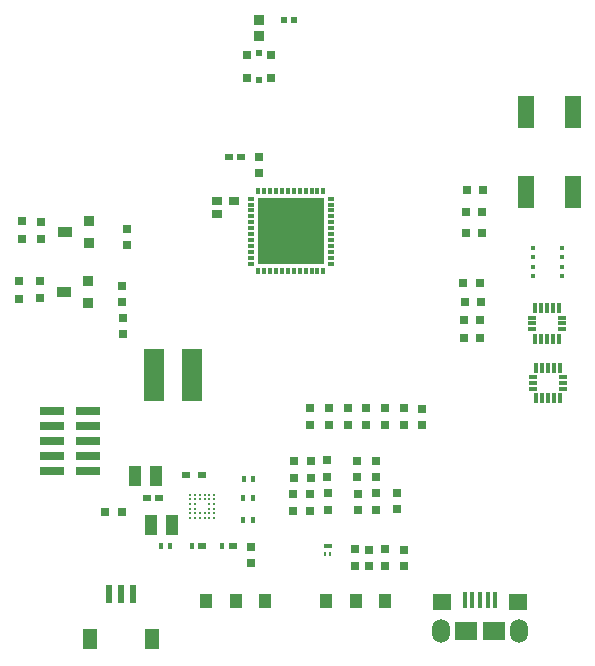
<source format=gtp>
G04*
G04 #@! TF.GenerationSoftware,Altium Limited,Altium Designer,20.2.4 (192)*
G04*
G04 Layer_Color=8421504*
%FSLAX25Y25*%
%MOIN*%
G70*
G04*
G04 #@! TF.SameCoordinates,C82156A4-65EB-44BA-A6C3-424022D268A2*
G04*
G04*
G04 #@! TF.FilePolarity,Positive*
G04*
G01*
G75*
%ADD23O,0.05906X0.07874*%
%ADD24R,0.22047X0.22047*%
%ADD25R,0.03150X0.01181*%
%ADD26R,0.01181X0.03642*%
%ADD27R,0.01181X0.02165*%
%ADD28R,0.02165X0.01181*%
%ADD29R,0.03000X0.03000*%
%ADD30R,0.02500X0.02000*%
%ADD31R,0.03000X0.03000*%
%ADD32R,0.05000X0.03600*%
%ADD33R,0.03600X0.03600*%
%ADD34R,0.03937X0.04724*%
%ADD35R,0.01929X0.02047*%
%ADD36R,0.03937X0.07087*%
%ADD37C,0.00827*%
%ADD38R,0.03150X0.03150*%
%ADD39R,0.01713X0.02000*%
%ADD40R,0.04724X0.07087*%
%ADD41R,0.02362X0.06102*%
%ADD42R,0.01575X0.05315*%
%ADD43R,0.07480X0.06102*%
%ADD44R,0.06299X0.05512*%
%ADD45R,0.02953X0.03150*%
%ADD46R,0.01968X0.02284*%
%ADD47R,0.03740X0.03347*%
%ADD48R,0.05472X0.10827*%
%ADD49R,0.05512X0.10827*%
%ADD50R,0.03543X0.03150*%
%ADD51R,0.06890X0.17717*%
%ADD52R,0.01575X0.01575*%
%ADD53R,0.07992X0.02992*%
%ADD54R,0.00984X0.01575*%
%ADD55R,0.02756X0.01575*%
D23*
X146132Y6400D02*
D03*
X172117D02*
D03*
D24*
X96063Y139764D02*
D03*
D25*
X186820Y91069D02*
D03*
Y89100D02*
D03*
Y87132D02*
D03*
X176780D02*
D03*
Y89100D02*
D03*
Y91069D02*
D03*
X186420Y110968D02*
D03*
Y109000D02*
D03*
Y107032D02*
D03*
X176380D02*
D03*
Y109000D02*
D03*
Y110968D02*
D03*
D26*
X185737Y84031D02*
D03*
X183768D02*
D03*
X181800D02*
D03*
X179832D02*
D03*
X177863D02*
D03*
Y94169D02*
D03*
X179832D02*
D03*
X181800D02*
D03*
X183768D02*
D03*
X185737D02*
D03*
X185337Y103931D02*
D03*
X183369D02*
D03*
X181400D02*
D03*
X179431D02*
D03*
X177463D02*
D03*
Y114069D02*
D03*
X179431D02*
D03*
X181400D02*
D03*
X183369D02*
D03*
X185337D02*
D03*
D27*
X106890Y126476D02*
D03*
X97047D02*
D03*
X95079D02*
D03*
X93110D02*
D03*
X91142D02*
D03*
X89173D02*
D03*
X87205D02*
D03*
X99016D02*
D03*
X100984D02*
D03*
X102953D02*
D03*
X104921D02*
D03*
X85236D02*
D03*
X104921Y153051D02*
D03*
X97047D02*
D03*
X89173D02*
D03*
X102953D02*
D03*
X100984D02*
D03*
X99016D02*
D03*
X91142D02*
D03*
X93110D02*
D03*
X95079D02*
D03*
X87205D02*
D03*
X85236D02*
D03*
X106890D02*
D03*
D28*
X109350Y130905D02*
D03*
Y138779D02*
D03*
Y146653D02*
D03*
Y132874D02*
D03*
Y134843D02*
D03*
Y136811D02*
D03*
Y144685D02*
D03*
Y142717D02*
D03*
Y140748D02*
D03*
Y148622D02*
D03*
Y150591D02*
D03*
Y128937D02*
D03*
X82776Y130905D02*
D03*
Y138779D02*
D03*
Y146653D02*
D03*
Y132874D02*
D03*
Y134843D02*
D03*
Y136811D02*
D03*
Y144685D02*
D03*
Y142717D02*
D03*
Y140748D02*
D03*
Y148622D02*
D03*
Y150591D02*
D03*
Y128937D02*
D03*
D29*
X118500Y52300D02*
D03*
Y46800D02*
D03*
X131400Y47000D02*
D03*
Y52500D02*
D03*
X117300Y33800D02*
D03*
Y28300D02*
D03*
X124400Y57800D02*
D03*
Y63300D02*
D03*
X118200Y57700D02*
D03*
Y63200D02*
D03*
X124500Y52400D02*
D03*
Y46900D02*
D03*
X97200Y63001D02*
D03*
Y57501D02*
D03*
X12400Y117600D02*
D03*
Y123100D02*
D03*
X41500Y140500D02*
D03*
Y135000D02*
D03*
X39700Y121500D02*
D03*
Y116000D02*
D03*
X12800Y142800D02*
D03*
Y137300D02*
D03*
X85300Y164600D02*
D03*
Y159100D02*
D03*
X122000Y33600D02*
D03*
Y28100D02*
D03*
X40000Y105400D02*
D03*
Y110900D02*
D03*
X139700Y75100D02*
D03*
Y80600D02*
D03*
X133700Y75200D02*
D03*
Y80700D02*
D03*
X127559Y75209D02*
D03*
Y80709D02*
D03*
X121260Y75209D02*
D03*
Y80709D02*
D03*
X114961Y75209D02*
D03*
Y80709D02*
D03*
X108661Y75209D02*
D03*
Y80709D02*
D03*
X102362Y75209D02*
D03*
Y80709D02*
D03*
X102701Y57501D02*
D03*
Y63001D02*
D03*
X108268Y46900D02*
D03*
Y52400D02*
D03*
X108202Y63401D02*
D03*
X102400Y46500D02*
D03*
Y52000D02*
D03*
X82700Y34600D02*
D03*
Y29100D02*
D03*
X96899Y52000D02*
D03*
Y46500D02*
D03*
X133600Y28100D02*
D03*
Y33600D02*
D03*
X127400Y28200D02*
D03*
Y33700D02*
D03*
D30*
X66391Y58600D02*
D03*
X61209D02*
D03*
X79500Y164500D02*
D03*
X75500D02*
D03*
X48000Y50900D02*
D03*
X52000D02*
D03*
X66535Y34646D02*
D03*
X76835D02*
D03*
D31*
X159251Y104263D02*
D03*
X153751D02*
D03*
X39600Y46100D02*
D03*
X34100D02*
D03*
X154369Y146137D02*
D03*
X159869D02*
D03*
X154400Y139100D02*
D03*
X159900D02*
D03*
X159437Y116142D02*
D03*
X153937D02*
D03*
X153543Y122441D02*
D03*
X159043D02*
D03*
X159200Y110000D02*
D03*
X153700D02*
D03*
X160224Y153543D02*
D03*
X154724D02*
D03*
X108202Y57901D02*
D03*
D32*
X20600Y139500D02*
D03*
X20300Y119500D02*
D03*
D33*
X28600Y143200D02*
D03*
Y135700D02*
D03*
X28300Y115700D02*
D03*
Y123200D02*
D03*
D34*
X107874Y16535D02*
D03*
X117717D02*
D03*
X127559D02*
D03*
X87537Y16536D02*
D03*
X77694D02*
D03*
X67852D02*
D03*
D35*
X96995Y210100D02*
D03*
X93805D02*
D03*
D36*
X49413Y41823D02*
D03*
X56500D02*
D03*
X44163Y58100D02*
D03*
X51250D02*
D03*
D37*
X70457Y44079D02*
D03*
X68882D02*
D03*
X67307D02*
D03*
X65732D02*
D03*
X64157D02*
D03*
X62583D02*
D03*
X70457Y45654D02*
D03*
X68882D02*
D03*
X67307D02*
D03*
X65732D02*
D03*
X64157D02*
D03*
X62583D02*
D03*
X70457Y47228D02*
D03*
X68882D02*
D03*
X64157D02*
D03*
X62583D02*
D03*
X70457Y48803D02*
D03*
X68882D02*
D03*
X64157D02*
D03*
X62583D02*
D03*
X70457Y50378D02*
D03*
X68882D02*
D03*
X67307D02*
D03*
X65732D02*
D03*
X64157D02*
D03*
X62583D02*
D03*
X70457Y51953D02*
D03*
X68882D02*
D03*
X67307D02*
D03*
X65732D02*
D03*
X64157D02*
D03*
X62583D02*
D03*
D38*
X5400Y123153D02*
D03*
Y117247D02*
D03*
X6299Y137205D02*
D03*
Y143110D02*
D03*
D39*
X83528Y57087D02*
D03*
X80315D02*
D03*
X83465Y50787D02*
D03*
X80252D02*
D03*
X83364Y43600D02*
D03*
X80151D02*
D03*
X55905Y34646D02*
D03*
X52693D02*
D03*
X62929D02*
D03*
X73228D02*
D03*
D40*
X49606Y3642D02*
D03*
X29134D02*
D03*
D41*
X39370Y18898D02*
D03*
X35433D02*
D03*
X43307D02*
D03*
D42*
X159125Y16931D02*
D03*
X156565D02*
D03*
X154006D02*
D03*
X161683D02*
D03*
X164243D02*
D03*
D43*
X154400Y6400D02*
D03*
X163849D02*
D03*
D44*
X171723Y16046D02*
D03*
X146526D02*
D03*
D45*
X81365Y198307D02*
D03*
X89435D02*
D03*
Y190827D02*
D03*
X81365D02*
D03*
D46*
X85400Y199134D02*
D03*
Y190000D02*
D03*
D47*
X85500Y204743D02*
D03*
Y210057D02*
D03*
D48*
X174409Y152953D02*
D03*
D49*
X190157D02*
D03*
X174409Y179528D02*
D03*
X190157D02*
D03*
D50*
X71544Y149665D02*
D03*
X77056D02*
D03*
X71544Y145335D02*
D03*
D51*
X50302Y91900D02*
D03*
X63098D02*
D03*
D52*
X176876Y124776D02*
D03*
Y127925D02*
D03*
Y131075D02*
D03*
Y134224D02*
D03*
X186324D02*
D03*
Y131075D02*
D03*
Y127925D02*
D03*
Y124776D02*
D03*
D53*
X16516Y64705D02*
D03*
X28524Y79705D02*
D03*
Y74705D02*
D03*
Y69705D02*
D03*
Y64705D02*
D03*
Y59705D02*
D03*
X16516Y79705D02*
D03*
Y74705D02*
D03*
Y69705D02*
D03*
Y59705D02*
D03*
D54*
X109186Y32122D02*
D03*
X107414D02*
D03*
D55*
X108300Y34878D02*
D03*
M02*

</source>
